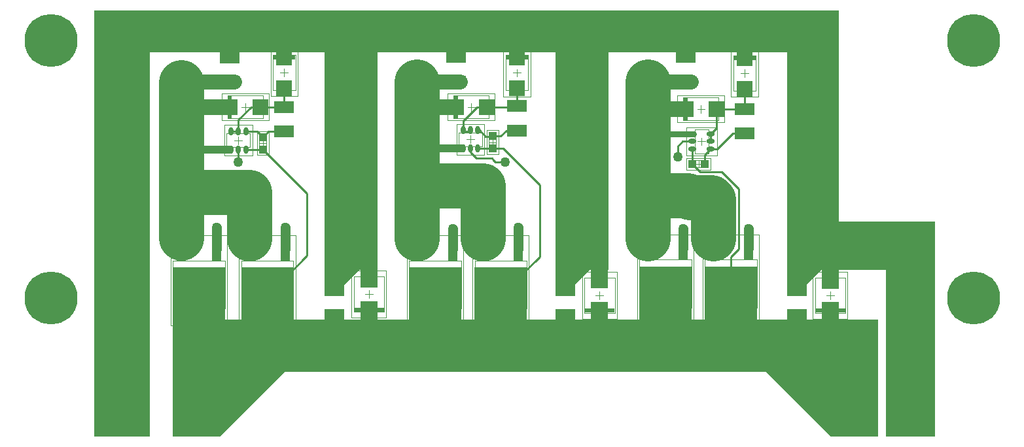
<source format=gtl>
G04*
G04 #@! TF.GenerationSoftware,Altium Limited,Altium Designer,18.1.6 (161)*
G04*
G04 Layer_Physical_Order=1*
G04 Layer_Color=255*
%FSLAX25Y25*%
%MOIN*%
G70*
G01*
G75*
%ADD12C,0.01000*%
%ADD13C,0.00394*%
%ADD14R,0.11496X0.02420*%
%ADD15R,0.15512X0.02420*%
%ADD16R,0.02420X0.11496*%
%ADD17C,0.00197*%
%ADD18R,0.07874X0.07874*%
%ADD19R,0.09055X0.09843*%
%ADD20R,0.03937X0.04134*%
%ADD21O,0.02362X0.04331*%
%ADD22R,0.04921X0.12008*%
%ADD23R,0.26772X0.28740*%
%ADD24R,0.09843X0.05906*%
%ADD25R,0.07874X0.07874*%
%ADD26R,0.04134X0.03937*%
%ADD27O,0.04331X0.02362*%
%ADD41C,0.08000*%
%ADD42C,0.23000*%
%ADD43C,0.07500*%
%ADD44C,0.04000*%
%ADD45C,0.05000*%
%ADD46C,0.03000*%
%ADD47C,0.27000*%
%ADD48C,0.20000*%
%ADD49C,0.05000*%
G36*
X117750Y360300D02*
X234000Y360300D01*
X234000Y228000D01*
X224500D01*
X216500Y220000D01*
X207000Y220000D01*
X207000Y339000D01*
X117750Y339000D01*
Y143000D01*
X89500Y143000D01*
X89500Y360300D01*
X117750D01*
D01*
D02*
G37*
G36*
X469000Y356000D02*
Y252500D01*
X518000D01*
Y143000D01*
X493000D01*
Y228000D01*
X460000D01*
X452500Y220500D01*
X442500D01*
Y339000D01*
X351500D01*
Y228000D01*
X342000D01*
X334000Y220000D01*
X324500Y220000D01*
Y339000D01*
X234000D01*
X234000Y360300D01*
X469000D01*
Y356000D01*
D02*
G37*
G36*
X488650Y202500D02*
X488898D01*
X488900Y202498D01*
Y202250D01*
X489000Y202150D01*
X489000Y176000D01*
X488900D01*
Y143000D01*
X465000D01*
X432000Y176000D01*
X186500Y176000D01*
X153500Y143000D01*
X129600Y143000D01*
X129600Y202498D01*
X488647Y202503D01*
X488650Y202500D01*
D02*
G37*
D12*
X256414Y311000D02*
G03*
X254000Y310000I0J-3414D01*
G01*
X273852Y323880D02*
G03*
X273563Y324000I-289J-289D01*
G01*
X394352Y281998D02*
Y289660D01*
X285000Y289848D02*
X292502D01*
X409183Y278000D02*
X417998Y269185D01*
X398350Y278000D02*
X409183D01*
X394352Y281998D02*
X398350Y278000D01*
X177740Y214878D02*
X198000Y235138D01*
Y266898D01*
X175500Y289398D02*
X198000Y266898D01*
X163000Y283000D02*
Y289398D01*
X166740D02*
X175500D01*
X134000Y289500D02*
X134102Y289398D01*
X134000Y310500D02*
X134500Y311000D01*
X134000Y323500D02*
X134261Y323761D01*
X178284Y298480D02*
X186352D01*
X175500Y295697D02*
X178284Y298480D01*
X172547Y298650D02*
X175500Y295697D01*
X166740Y298650D02*
X172547D01*
X174374Y311000D02*
X174374Y311000D01*
X186352D01*
Y320626D01*
X169500Y311000D02*
X174374D01*
X163000Y304500D02*
X169500Y311000D01*
X163000Y298650D02*
Y304500D01*
X159260Y298650D02*
X163000D01*
X134000Y267500D02*
X134224Y267724D01*
X133500Y239000D02*
X134000Y244100D01*
X297809Y289848D02*
X316500Y271157D01*
X292502Y289848D02*
X297809D01*
X292500Y289850D02*
X292502Y289848D01*
X296700Y214923D02*
X316500Y234723D01*
Y271157D01*
X289600Y311000D02*
X304952D01*
Y311520D02*
Y320532D01*
Y311000D02*
Y311520D01*
X277700Y298600D02*
X281260D01*
X277520Y299100D02*
Y304020D01*
X284500Y311000D01*
X303932Y299000D02*
X304952Y297980D01*
X292350Y295500D02*
X293009Y296158D01*
X285000Y298600D02*
X285900D01*
X299520Y299000D02*
X303932D01*
X296678Y296158D02*
X299520Y299000D01*
X254000Y289500D02*
X254348Y289848D01*
X281260Y287740D02*
X284233Y284767D01*
X292118D01*
X293069Y283816D01*
X293069D01*
X293885Y283000D02*
X299000D01*
X293069Y283816D02*
X293885Y283000D01*
X281260Y287740D02*
Y289848D01*
X293009Y296158D02*
X296678D01*
X254000Y270500D02*
X254316Y270816D01*
X289000Y296000D02*
X292350D01*
X285900Y299100D02*
X289000Y296000D01*
X284500Y311000D02*
X289600D01*
X414014Y216500D02*
Y234631D01*
X394350Y282000D02*
X394352Y281998D01*
X414014Y234631D02*
X417998Y238615D01*
Y269185D01*
X387000Y285500D02*
Y291000D01*
X277520Y298600D02*
X277520Y298600D01*
X387000Y291000D02*
X389400Y293400D01*
X403604Y289512D02*
X407012D01*
X415000Y297500D02*
X420878D01*
X407012Y289512D02*
X415000Y297500D01*
X420878Y308500D02*
Y320272D01*
X419378Y310000D02*
X420878Y308500D01*
X403604Y293400D02*
Y297140D01*
X389400Y293400D02*
X394352D01*
X389500Y239014D02*
X389514Y239000D01*
X400650Y282000D02*
Y286705D01*
X403604Y289660D01*
X406600Y300136D02*
Y310000D01*
X403604Y297140D02*
X406600Y300136D01*
Y310000D02*
X419378D01*
X165980Y290226D02*
X165980Y290226D01*
X265984Y215878D02*
X268000Y213862D01*
D13*
X180604Y337496D02*
X192100D01*
X180604Y319504D02*
X192100D01*
Y337496D01*
X180604Y319504D02*
Y337496D01*
X237256Y206504D02*
Y224496D01*
X221744Y206504D02*
Y224496D01*
X237256D01*
X221744Y206504D02*
X237256D01*
X177370Y289102D02*
Y295992D01*
X173630Y289102D02*
Y295992D01*
X177370D01*
X173630Y289102D02*
X177370D01*
X156996Y297468D02*
X169004D01*
X156996Y290579D02*
X169004D01*
Y297468D01*
X156996Y290579D02*
Y297468D01*
X164453Y232594D02*
X191028D01*
X164453Y208106D02*
X191028D01*
Y232594D01*
X164453Y208106D02*
Y232594D01*
X389730Y304252D02*
Y315748D01*
X407722Y304252D02*
Y315748D01*
X389730D02*
X407722D01*
X389730Y304252D02*
X407722D01*
X472256Y205927D02*
Y223919D01*
X456744Y205927D02*
Y223919D01*
X472256D01*
X456744Y205927D02*
X472256D01*
X415130Y319150D02*
Y337142D01*
X426626Y319150D02*
Y337142D01*
X415130Y319150D02*
X426626D01*
X415130Y337142D02*
X426626D01*
X272730Y305252D02*
Y316748D01*
X290722Y305252D02*
Y316748D01*
X272730D02*
X290722D01*
X272730Y305252D02*
X290722D01*
X339244Y205960D02*
X354756D01*
X339244Y223952D02*
X354756D01*
X339244Y205960D02*
Y223952D01*
X354756Y205960D02*
Y223952D01*
X299204Y337402D02*
X310700D01*
X299204Y319410D02*
X310700D01*
Y337402D01*
X299204Y319410D02*
Y337402D01*
X157504Y305252D02*
Y316748D01*
X175496Y305252D02*
Y316748D01*
X157504D02*
X175496D01*
X157504Y305252D02*
X175496D01*
X367211Y233095D02*
X393786D01*
X367211Y208606D02*
X393786D01*
Y233095D01*
X367211Y208606D02*
Y233095D01*
X249897Y232695D02*
X276472D01*
X249897Y208206D02*
X276472D01*
Y232695D01*
X249897Y208206D02*
Y232695D01*
X129728Y232594D02*
X156303D01*
X129728Y208106D02*
X156303D01*
Y232594D01*
X129728Y208106D02*
Y232594D01*
X394055Y280130D02*
X400945D01*
X394055Y283870D02*
X400945D01*
Y280130D02*
Y283870D01*
X394055Y280130D02*
Y283870D01*
X290630Y289555D02*
X294370D01*
X290630Y296445D02*
X294370D01*
X290630Y289555D02*
Y296445D01*
X294370Y289555D02*
Y296445D01*
X402423Y287396D02*
Y299404D01*
X395533Y287396D02*
Y299404D01*
Y287396D02*
X402423D01*
X395533Y299404D02*
X402423D01*
X275256Y291029D02*
Y297919D01*
X287264Y291029D02*
Y297919D01*
X275256Y291029D02*
X287264D01*
X275256Y297919D02*
X287264D01*
X400727Y233095D02*
X427302D01*
X400727Y208606D02*
X427302D01*
Y233095D01*
X400727Y208606D02*
Y233095D01*
X283413Y232639D02*
X309987D01*
X283413Y208151D02*
X309987D01*
Y232639D01*
X283413Y208151D02*
Y232639D01*
X179462Y340508D02*
X193242D01*
X179462Y316492D02*
X193242D01*
Y340508D01*
X179462Y316492D02*
Y340508D01*
X186352Y326532D02*
Y330469D01*
X184383Y328500D02*
X188321D01*
X227532Y215500D02*
X231469D01*
X229500Y213531D02*
Y217469D01*
X238358Y203492D02*
Y227508D01*
X220642Y203492D02*
Y227508D01*
X238358D01*
X220642Y203492D02*
X238358D01*
X173630Y292547D02*
X177370D01*
X175500Y290677D02*
Y294417D01*
X163000Y292055D02*
Y295992D01*
X161031Y294024D02*
X164969D01*
X163370Y245488D02*
X192110D01*
X163370Y199622D02*
X192110D01*
Y245488D01*
X163370Y199622D02*
Y245488D01*
X177740Y220587D02*
Y224524D01*
X175772Y222555D02*
X179709D01*
X386718Y303110D02*
Y316890D01*
X410734Y303110D02*
Y316890D01*
X386718D02*
X410734D01*
X386718Y303110D02*
X410734D01*
X396758Y310000D02*
X400695D01*
X398726Y308032D02*
Y311968D01*
X462532Y214923D02*
X466468D01*
X464500Y212954D02*
Y216891D01*
X473358Y202915D02*
Y226931D01*
X455642Y202915D02*
Y226931D01*
X473358D01*
X455642Y202915D02*
X473358D01*
X418910Y328146D02*
X422847D01*
X420878Y326177D02*
Y330114D01*
X413988Y316138D02*
Y340154D01*
X427768Y316138D02*
Y340154D01*
X413988Y316138D02*
X427768D01*
X413988Y340154D02*
X427768D01*
X269718Y304110D02*
Y317890D01*
X293734Y304110D02*
Y317890D01*
X269718D02*
X293734D01*
X269718Y304110D02*
X293734D01*
X279757Y311000D02*
X283695D01*
X281726Y309032D02*
Y312968D01*
X338142Y202948D02*
X355858D01*
X338142Y226964D02*
X355858D01*
X338142Y202948D02*
Y226964D01*
X355858Y202948D02*
Y226964D01*
X347000Y212987D02*
Y216924D01*
X345031Y214956D02*
X348969D01*
X298062Y340414D02*
X311842D01*
X298062Y316398D02*
X311842D01*
Y340414D01*
X298062Y316398D02*
Y340414D01*
X304952Y326438D02*
Y330375D01*
X302983Y328406D02*
X306921D01*
X154492Y304110D02*
Y317890D01*
X178508Y304110D02*
Y317890D01*
X154492D02*
X178508D01*
X154492Y304110D02*
X178508D01*
X164532Y311000D02*
X168468D01*
X166500Y309032D02*
Y312968D01*
X366128Y245988D02*
X394868D01*
X366128Y200122D02*
X394868D01*
Y245988D01*
X366128Y200122D02*
Y245988D01*
X380498Y221087D02*
Y225024D01*
X378530Y223055D02*
X382467D01*
X248814Y245588D02*
X277554D01*
X248814Y199722D02*
X277554D01*
Y245588D01*
X248814Y199722D02*
Y245588D01*
X263184Y220687D02*
Y224624D01*
X261216Y222655D02*
X265153D01*
X128646Y245488D02*
X157386D01*
X128646Y199622D02*
X157386D01*
Y245488D01*
X128646Y199622D02*
Y245488D01*
X143016Y220587D02*
Y224524D01*
X141047Y222555D02*
X144984D01*
X397500Y280130D02*
Y283870D01*
X395630Y282000D02*
X399370D01*
X292500Y291130D02*
Y294870D01*
X290630Y293000D02*
X294370D01*
X397009Y293400D02*
X400947D01*
X398978Y291431D02*
Y295369D01*
X279291Y294474D02*
X283228D01*
X281260Y292506D02*
Y296443D01*
X399644Y245988D02*
X428384D01*
X399644Y200122D02*
X428384D01*
Y245988D01*
X399644Y200122D02*
Y245988D01*
X414014Y221087D02*
Y225024D01*
X412046Y223055D02*
X415983D01*
X282330Y245533D02*
X311070D01*
X282330Y199667D02*
X311070D01*
Y245533D01*
X282330Y199667D02*
Y245533D01*
X296700Y220632D02*
Y224569D01*
X294731Y222600D02*
X298669D01*
D14*
X186352Y336286D02*
D03*
X420878Y335932D02*
D03*
X304952Y336192D02*
D03*
D15*
X229500Y207714D02*
D03*
X464500Y207137D02*
D03*
X347000Y207170D02*
D03*
D16*
X390940Y310000D02*
D03*
X273939Y311000D02*
D03*
X158714D02*
D03*
D17*
X178453Y286445D02*
Y298650D01*
X172547Y286445D02*
Y298650D01*
X178453D01*
X172547Y286445D02*
X178453D01*
X155913Y301799D02*
X170087D01*
X155913Y286248D02*
X170087D01*
Y301799D01*
X155913Y286248D02*
Y301799D01*
X391398Y279047D02*
X403602D01*
X391398Y284953D02*
X403602D01*
Y279047D02*
Y284953D01*
X391398Y279047D02*
Y284953D01*
X289547Y286898D02*
X295453D01*
X289547Y299102D02*
X295453D01*
X289547Y286898D02*
Y299102D01*
X295453Y286898D02*
Y299102D01*
X406753Y286313D02*
Y300487D01*
X391202Y286313D02*
Y300487D01*
Y286313D02*
X406753D01*
X391202Y300487D02*
X406753D01*
X274173Y286698D02*
Y302250D01*
X288347Y286698D02*
Y302250D01*
X274173Y286698D02*
X288347D01*
X274173Y302250D02*
X288347D01*
D18*
X186352Y336374D02*
D03*
Y320626D02*
D03*
X420878Y320272D02*
D03*
Y336020D02*
D03*
X304952Y336280D02*
D03*
Y320532D02*
D03*
D19*
X229500Y223965D02*
D03*
Y207035D02*
D03*
X464500Y223387D02*
D03*
Y206458D02*
D03*
X347000Y206491D02*
D03*
Y223421D02*
D03*
D20*
X175500Y295697D02*
D03*
Y289398D02*
D03*
X292500Y289850D02*
D03*
Y296150D02*
D03*
D21*
X166740Y298650D02*
D03*
X163000D02*
D03*
X159260D02*
D03*
Y289398D02*
D03*
X163000D02*
D03*
X166740D02*
D03*
X285000Y289848D02*
D03*
X281260D02*
D03*
X277520D02*
D03*
Y299100D02*
D03*
X281260D02*
D03*
X285000D02*
D03*
D22*
X186756Y238500D02*
D03*
X168724D02*
D03*
X389514Y239000D02*
D03*
X371483D02*
D03*
X272200Y238600D02*
D03*
X254169D02*
D03*
X152032Y238500D02*
D03*
X134000D02*
D03*
X423030Y239000D02*
D03*
X404998D02*
D03*
X305716Y238545D02*
D03*
X287684D02*
D03*
D23*
X177740Y214878D02*
D03*
X380498Y215378D02*
D03*
X263184Y214978D02*
D03*
X143016Y214878D02*
D03*
X414014Y215378D02*
D03*
X296700Y214923D02*
D03*
D24*
X186352Y298480D02*
D03*
Y311000D02*
D03*
X390852Y336520D02*
D03*
Y324000D02*
D03*
X447500Y217578D02*
D03*
Y205058D02*
D03*
X420878Y310020D02*
D03*
Y297500D02*
D03*
X273852Y323880D02*
D03*
Y336400D02*
D03*
X329500Y205058D02*
D03*
Y217578D02*
D03*
X304952Y299000D02*
D03*
Y311520D02*
D03*
X158500Y323761D02*
D03*
Y336280D02*
D03*
X212000Y205000D02*
D03*
Y217520D02*
D03*
D25*
X390852Y310000D02*
D03*
X406600D02*
D03*
X273852Y311000D02*
D03*
X289600D02*
D03*
X158626D02*
D03*
X174374D02*
D03*
D26*
X400650Y282000D02*
D03*
X394350D02*
D03*
D27*
X403604Y289660D02*
D03*
Y293400D02*
D03*
Y297140D02*
D03*
X394352D02*
D03*
Y293400D02*
D03*
Y289660D02*
D03*
D41*
X371483Y310000D02*
X390852D01*
X256414Y311000D02*
X273852D01*
X134500D02*
X158626D01*
D42*
X392966Y265000D02*
X403798D01*
X404998Y263800D01*
X391966Y266000D02*
X392966Y265000D01*
X373683Y266000D02*
X391966D01*
X371483Y263800D02*
X373683Y266000D01*
X254000Y310000D02*
Y324000D01*
Y289500D02*
Y310000D01*
X371483Y244000D02*
Y263800D01*
X404998Y244000D02*
Y263800D01*
X134000Y289500D02*
Y310500D01*
Y267500D02*
Y289500D01*
Y310500D02*
Y323500D01*
Y244100D02*
Y267500D01*
X134224Y267724D02*
X168724D01*
Y244000D02*
Y267724D01*
X254000Y270500D02*
Y289500D01*
X254316Y270816D02*
X287684D01*
X254000Y244000D02*
Y270500D01*
X287684Y244000D02*
Y270816D01*
X371483Y310000D02*
Y324000D01*
Y297140D02*
Y310000D01*
Y264500D02*
Y297140D01*
D43*
X273563Y324000D02*
X276000D01*
X254000D02*
X273563D01*
X158500Y323761D02*
X161000D01*
X134261D02*
X158500D01*
X371483Y324000D02*
X390852D01*
X393500D01*
D44*
X134102Y289398D02*
X158500D01*
X254348Y289848D02*
X277010D01*
D45*
X152032Y238500D02*
Y249500D01*
X389500Y239014D02*
Y249000D01*
X423030Y239000D02*
Y249000D01*
X272200Y238600D02*
Y249000D01*
X305716Y238545D02*
Y249600D01*
X186756Y238500D02*
Y249500D01*
D46*
X394352Y297140D02*
X395000D01*
X371483D02*
X394352D01*
D47*
X67500Y213500D02*
D03*
X537500Y345000D02*
D03*
X67500D02*
D03*
X537500Y213500D02*
D03*
D48*
X338000Y324000D02*
D03*
X103625Y323500D02*
D03*
X134000D02*
D03*
X505500Y189250D02*
D03*
X505200Y165500D02*
D03*
X476000Y164500D02*
D03*
Y188500D02*
D03*
X142500Y186500D02*
D03*
X254000Y324000D02*
D03*
X371483D02*
D03*
X103700Y162500D02*
D03*
Y186500D02*
D03*
X220000Y324000D02*
D03*
X142500Y162500D02*
D03*
D49*
X163000Y283000D02*
D03*
X152032Y249500D02*
D03*
X299000Y283000D02*
D03*
X389500Y249000D02*
D03*
X387000Y285500D02*
D03*
X423030Y249000D02*
D03*
X272200D02*
D03*
X305716Y249600D02*
D03*
X186756Y249500D02*
D03*
M02*

</source>
